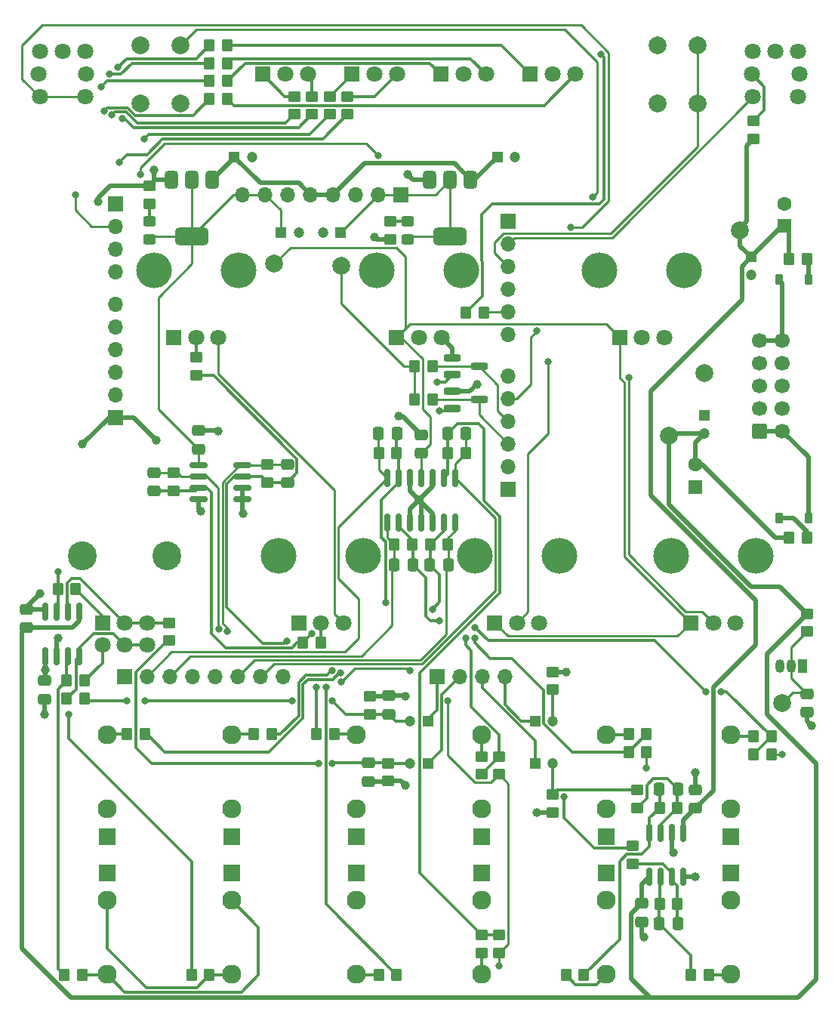
<source format=gbl>
G04 #@! TF.GenerationSoftware,KiCad,Pcbnew,8.0.5*
G04 #@! TF.CreationDate,2024-11-24T11:32:17+01:00*
G04 #@! TF.ProjectId,wolkje,776f6c6b-6a65-42e6-9b69-6361645f7063,rev?*
G04 #@! TF.SameCoordinates,Original*
G04 #@! TF.FileFunction,Copper,L2,Bot*
G04 #@! TF.FilePolarity,Positive*
%FSLAX46Y46*%
G04 Gerber Fmt 4.6, Leading zero omitted, Abs format (unit mm)*
G04 Created by KiCad (PCBNEW 8.0.5) date 2024-11-24 11:32:17*
%MOMM*%
%LPD*%
G01*
G04 APERTURE LIST*
G04 Aperture macros list*
%AMRoundRect*
0 Rectangle with rounded corners*
0 $1 Rounding radius*
0 $2 $3 $4 $5 $6 $7 $8 $9 X,Y pos of 4 corners*
0 Add a 4 corners polygon primitive as box body*
4,1,4,$2,$3,$4,$5,$6,$7,$8,$9,$2,$3,0*
0 Add four circle primitives for the rounded corners*
1,1,$1+$1,$2,$3*
1,1,$1+$1,$4,$5*
1,1,$1+$1,$6,$7*
1,1,$1+$1,$8,$9*
0 Add four rect primitives between the rounded corners*
20,1,$1+$1,$2,$3,$4,$5,0*
20,1,$1+$1,$4,$5,$6,$7,0*
20,1,$1+$1,$6,$7,$8,$9,0*
20,1,$1+$1,$8,$9,$2,$3,0*%
G04 Aperture macros list end*
G04 #@! TA.AperFunction,ComponentPad*
%ADD10O,4.000000X4.000000*%
G04 #@! TD*
G04 #@! TA.AperFunction,ComponentPad*
%ADD11R,1.800000X1.800000*%
G04 #@! TD*
G04 #@! TA.AperFunction,ComponentPad*
%ADD12C,1.800000*%
G04 #@! TD*
G04 #@! TA.AperFunction,ComponentPad*
%ADD13R,1.930000X1.830000*%
G04 #@! TD*
G04 #@! TA.AperFunction,ComponentPad*
%ADD14C,2.130000*%
G04 #@! TD*
G04 #@! TA.AperFunction,ComponentPad*
%ADD15C,2.000000*%
G04 #@! TD*
G04 #@! TA.AperFunction,ComponentPad*
%ADD16C,3.240000*%
G04 #@! TD*
G04 #@! TA.AperFunction,SMDPad,CuDef*
%ADD17RoundRect,0.250000X-0.350000X-0.450000X0.350000X-0.450000X0.350000X0.450000X-0.350000X0.450000X0*%
G04 #@! TD*
G04 #@! TA.AperFunction,SMDPad,CuDef*
%ADD18RoundRect,0.250000X0.350000X0.450000X-0.350000X0.450000X-0.350000X-0.450000X0.350000X-0.450000X0*%
G04 #@! TD*
G04 #@! TA.AperFunction,ComponentPad*
%ADD19R,1.200000X1.200000*%
G04 #@! TD*
G04 #@! TA.AperFunction,ComponentPad*
%ADD20C,1.200000*%
G04 #@! TD*
G04 #@! TA.AperFunction,SMDPad,CuDef*
%ADD21RoundRect,0.250000X0.475000X-0.337500X0.475000X0.337500X-0.475000X0.337500X-0.475000X-0.337500X0*%
G04 #@! TD*
G04 #@! TA.AperFunction,SMDPad,CuDef*
%ADD22RoundRect,0.250000X0.337500X0.475000X-0.337500X0.475000X-0.337500X-0.475000X0.337500X-0.475000X0*%
G04 #@! TD*
G04 #@! TA.AperFunction,SMDPad,CuDef*
%ADD23RoundRect,0.250000X0.450000X-0.350000X0.450000X0.350000X-0.450000X0.350000X-0.450000X-0.350000X0*%
G04 #@! TD*
G04 #@! TA.AperFunction,ComponentPad*
%ADD24R,1.050000X1.500000*%
G04 #@! TD*
G04 #@! TA.AperFunction,ComponentPad*
%ADD25O,1.050000X1.500000*%
G04 #@! TD*
G04 #@! TA.AperFunction,SMDPad,CuDef*
%ADD26RoundRect,0.250000X-0.475000X0.337500X-0.475000X-0.337500X0.475000X-0.337500X0.475000X0.337500X0*%
G04 #@! TD*
G04 #@! TA.AperFunction,SMDPad,CuDef*
%ADD27RoundRect,0.250000X-0.450000X0.350000X-0.450000X-0.350000X0.450000X-0.350000X0.450000X0.350000X0*%
G04 #@! TD*
G04 #@! TA.AperFunction,SMDPad,CuDef*
%ADD28RoundRect,0.150000X-0.150000X0.825000X-0.150000X-0.825000X0.150000X-0.825000X0.150000X0.825000X0*%
G04 #@! TD*
G04 #@! TA.AperFunction,SMDPad,CuDef*
%ADD29RoundRect,0.225000X0.225000X0.375000X-0.225000X0.375000X-0.225000X-0.375000X0.225000X-0.375000X0*%
G04 #@! TD*
G04 #@! TA.AperFunction,SMDPad,CuDef*
%ADD30RoundRect,0.375000X-0.375000X0.625000X-0.375000X-0.625000X0.375000X-0.625000X0.375000X0.625000X0*%
G04 #@! TD*
G04 #@! TA.AperFunction,SMDPad,CuDef*
%ADD31RoundRect,0.500000X-1.400000X0.500000X-1.400000X-0.500000X1.400000X-0.500000X1.400000X0.500000X0*%
G04 #@! TD*
G04 #@! TA.AperFunction,ComponentPad*
%ADD32R,1.700000X1.700000*%
G04 #@! TD*
G04 #@! TA.AperFunction,ComponentPad*
%ADD33O,1.700000X1.700000*%
G04 #@! TD*
G04 #@! TA.AperFunction,ComponentPad*
%ADD34RoundRect,0.250000X-0.600000X-0.600000X0.600000X-0.600000X0.600000X0.600000X-0.600000X0.600000X0*%
G04 #@! TD*
G04 #@! TA.AperFunction,ComponentPad*
%ADD35C,1.700000*%
G04 #@! TD*
G04 #@! TA.AperFunction,SMDPad,CuDef*
%ADD36RoundRect,0.250000X-0.337500X-0.475000X0.337500X-0.475000X0.337500X0.475000X-0.337500X0.475000X0*%
G04 #@! TD*
G04 #@! TA.AperFunction,ComponentPad*
%ADD37R,1.600000X1.600000*%
G04 #@! TD*
G04 #@! TA.AperFunction,ComponentPad*
%ADD38C,1.600000*%
G04 #@! TD*
G04 #@! TA.AperFunction,SMDPad,CuDef*
%ADD39RoundRect,0.150000X0.825000X0.150000X-0.825000X0.150000X-0.825000X-0.150000X0.825000X-0.150000X0*%
G04 #@! TD*
G04 #@! TA.AperFunction,SMDPad,CuDef*
%ADD40RoundRect,0.250000X-0.450000X0.325000X-0.450000X-0.325000X0.450000X-0.325000X0.450000X0.325000X0*%
G04 #@! TD*
G04 #@! TA.AperFunction,SMDPad,CuDef*
%ADD41RoundRect,0.200000X-0.750000X-0.200000X0.750000X-0.200000X0.750000X0.200000X-0.750000X0.200000X0*%
G04 #@! TD*
G04 #@! TA.AperFunction,SMDPad,CuDef*
%ADD42RoundRect,0.150000X0.150000X-0.825000X0.150000X0.825000X-0.150000X0.825000X-0.150000X-0.825000X0*%
G04 #@! TD*
G04 #@! TA.AperFunction,ViaPad*
%ADD43C,1.000000*%
G04 #@! TD*
G04 #@! TA.AperFunction,ViaPad*
%ADD44C,0.800000*%
G04 #@! TD*
G04 #@! TA.AperFunction,Conductor*
%ADD45C,0.500000*%
G04 #@! TD*
G04 #@! TA.AperFunction,Conductor*
%ADD46C,0.300000*%
G04 #@! TD*
G04 #@! TA.AperFunction,Conductor*
%ADD47C,0.250000*%
G04 #@! TD*
G04 APERTURE END LIST*
D10*
X90250000Y-78000000D03*
X99750000Y-78000000D03*
D11*
X92500000Y-85500000D03*
D12*
X95000000Y-85500000D03*
X97500000Y-85500000D03*
D13*
X74000000Y-145520000D03*
D14*
X74000000Y-156920000D03*
X74000000Y-148620000D03*
D10*
X101250000Y-110000000D03*
X110750000Y-110000000D03*
D11*
X103500000Y-117500000D03*
D12*
X106000000Y-117500000D03*
X108500000Y-117500000D03*
D13*
X60000000Y-141480000D03*
D14*
X60000000Y-130080000D03*
X60000000Y-138380000D03*
D10*
X115250000Y-78000000D03*
X124750000Y-78000000D03*
D11*
X117500000Y-85500000D03*
D12*
X120000000Y-85500000D03*
X122500000Y-85500000D03*
D10*
X123250000Y-110000000D03*
X132750000Y-110000000D03*
D11*
X125500000Y-117500000D03*
D12*
X128000000Y-117500000D03*
X130500000Y-117500000D03*
D11*
X77460000Y-56000000D03*
D12*
X82540000Y-56000000D03*
X80000000Y-56000000D03*
D13*
X130000000Y-145520000D03*
D14*
X130000000Y-156920000D03*
X130000000Y-148620000D03*
D13*
X116000000Y-145520000D03*
D14*
X116000000Y-156920000D03*
X116000000Y-148620000D03*
D13*
X130000000Y-141480000D03*
D14*
X130000000Y-130080000D03*
X130000000Y-138380000D03*
D11*
X97460000Y-56000000D03*
D12*
X102540000Y-56000000D03*
X100000000Y-56000000D03*
X132460000Y-58540000D03*
X137540000Y-58540000D03*
X132460000Y-53460000D03*
X137540000Y-53460000D03*
X135000000Y-53460000D03*
X132300000Y-56000000D03*
X137700000Y-56000000D03*
D15*
X63750000Y-59250000D03*
X63750000Y-52750000D03*
X68250000Y-59250000D03*
X68250000Y-52750000D03*
D10*
X79250000Y-110000000D03*
X88750000Y-110000000D03*
D11*
X81500000Y-117500000D03*
D12*
X84000000Y-117500000D03*
X86500000Y-117500000D03*
D15*
X121750000Y-59250000D03*
X121750000Y-52750000D03*
X126250000Y-59250000D03*
X126250000Y-52750000D03*
D16*
X57250000Y-110000000D03*
X66750000Y-110000000D03*
D11*
X59500000Y-117500000D03*
D12*
X62000000Y-117500000D03*
X64500000Y-117500000D03*
X59500000Y-120000000D03*
X62000000Y-120000000D03*
X64500000Y-120000000D03*
D13*
X88000000Y-141480000D03*
D14*
X88000000Y-130080000D03*
X88000000Y-138380000D03*
D13*
X102000000Y-141480000D03*
D14*
X102000000Y-130080000D03*
X102000000Y-138380000D03*
D13*
X88000000Y-145520000D03*
D14*
X88000000Y-156920000D03*
X88000000Y-148620000D03*
D11*
X107460000Y-56000000D03*
D12*
X112540000Y-56000000D03*
X110000000Y-56000000D03*
D10*
X65250000Y-78000000D03*
X74750000Y-78000000D03*
D11*
X67500000Y-85500000D03*
D12*
X70000000Y-85500000D03*
X72500000Y-85500000D03*
D13*
X60000000Y-145520000D03*
D14*
X60000000Y-156920000D03*
X60000000Y-148620000D03*
D13*
X116000000Y-141480000D03*
D14*
X116000000Y-130080000D03*
X116000000Y-138380000D03*
D12*
X52460000Y-58540000D03*
X57540000Y-58540000D03*
X52460000Y-53460000D03*
X57540000Y-53460000D03*
X55000000Y-53460000D03*
X52300000Y-56000000D03*
X57700000Y-56000000D03*
D13*
X102000000Y-145520000D03*
D14*
X102000000Y-156920000D03*
X102000000Y-148620000D03*
D13*
X74000000Y-141480000D03*
D14*
X74000000Y-130080000D03*
X74000000Y-138380000D03*
D11*
X87460000Y-56000000D03*
D12*
X92540000Y-56000000D03*
X90000000Y-56000000D03*
D17*
X71500000Y-52750000D03*
X73500000Y-52750000D03*
D18*
X124000000Y-138250000D03*
X122000000Y-138250000D03*
D19*
X132250000Y-76500000D03*
D20*
X132250000Y-78500000D03*
D17*
X100250000Y-82750000D03*
X102250000Y-82750000D03*
D18*
X124000000Y-149000000D03*
X122000000Y-149000000D03*
D21*
X126000000Y-138287500D03*
X126000000Y-136212500D03*
D18*
X71500000Y-157000000D03*
X69500000Y-157000000D03*
D21*
X95250000Y-98500000D03*
X95250000Y-96425000D03*
D22*
X98287500Y-111000000D03*
X96212500Y-111000000D03*
D23*
X87000000Y-60500000D03*
X87000000Y-58500000D03*
D24*
X138020000Y-122360000D03*
D25*
X136750000Y-122360000D03*
X135480000Y-122360000D03*
D26*
X51000000Y-115962500D03*
X51000000Y-118037500D03*
D27*
X110000000Y-136750000D03*
X110000000Y-138750000D03*
D28*
X120845000Y-141025000D03*
X122115000Y-141025000D03*
X123385000Y-141025000D03*
X124655000Y-141025000D03*
X124655000Y-145975000D03*
X123385000Y-145975000D03*
X122115000Y-145975000D03*
X120845000Y-145975000D03*
D18*
X94250000Y-108750000D03*
X92250000Y-108750000D03*
D29*
X138650000Y-79000000D03*
X135350000Y-79000000D03*
D21*
X120000000Y-151037500D03*
X120000000Y-148962500D03*
D18*
X85500000Y-130000000D03*
X83500000Y-130000000D03*
D21*
X89340000Y-135307500D03*
X89340000Y-133232500D03*
D30*
X67200000Y-67850000D03*
X69500000Y-67850000D03*
D31*
X69500000Y-74150000D03*
D30*
X71800000Y-67850000D03*
D17*
X55500000Y-124000000D03*
X57500000Y-124000000D03*
D32*
X105000000Y-72500000D03*
D33*
X105000000Y-75040000D03*
X105000000Y-77580000D03*
X105000000Y-80120000D03*
X105000000Y-82660000D03*
X105000000Y-85200000D03*
X105000000Y-89800000D03*
X105000000Y-92340000D03*
X105000000Y-94880000D03*
X105000000Y-97420000D03*
X105000000Y-99960000D03*
D32*
X105000000Y-102500000D03*
D33*
X104620000Y-123500000D03*
X102080000Y-123500000D03*
X99540000Y-123500000D03*
D32*
X97000000Y-123500000D03*
D33*
X79780000Y-123500000D03*
X77240000Y-123500000D03*
X74700000Y-123500000D03*
X72160000Y-123500000D03*
X69620000Y-123500000D03*
X67080000Y-123500000D03*
X64540000Y-123500000D03*
D32*
X62000000Y-123500000D03*
X61000000Y-94500000D03*
D33*
X61000000Y-91960000D03*
X61000000Y-89420000D03*
X61000000Y-86880000D03*
X61000000Y-84340000D03*
X61000000Y-81800000D03*
X61000000Y-78120000D03*
X61000000Y-75580000D03*
X61000000Y-73040000D03*
D32*
X61000000Y-70500000D03*
D33*
X75220000Y-69500000D03*
X77760000Y-69500000D03*
X80300000Y-69500000D03*
X82840000Y-69500000D03*
X85380000Y-69500000D03*
X87920000Y-69500000D03*
X90460000Y-69500000D03*
D32*
X93000000Y-69500000D03*
D22*
X100287500Y-96250000D03*
X98212500Y-96250000D03*
D23*
X83000000Y-60500000D03*
X83000000Y-58500000D03*
D15*
X135750000Y-126500000D03*
D34*
X133210000Y-96000000D03*
D35*
X135750000Y-96000000D03*
X133210000Y-93460000D03*
X135750000Y-93460000D03*
X133210000Y-90920000D03*
X135750000Y-90920000D03*
X133210000Y-88380000D03*
X135750000Y-88380000D03*
X133210000Y-85840000D03*
X135750000Y-85840000D03*
D18*
X84000000Y-119750000D03*
X82000000Y-119750000D03*
D19*
X103777401Y-65250000D03*
D20*
X105777401Y-65250000D03*
D23*
X78000000Y-101750000D03*
X78000000Y-99750000D03*
D36*
X90462500Y-96250000D03*
X92537500Y-96250000D03*
D21*
X70250000Y-98037500D03*
X70250000Y-95962500D03*
D27*
X64750000Y-68500000D03*
X64750000Y-70500000D03*
D36*
X121962500Y-136140000D03*
X124037500Y-136140000D03*
D37*
X136000000Y-73000000D03*
D38*
X136000000Y-70500000D03*
D36*
X92212500Y-111000000D03*
X94287500Y-111000000D03*
X121962500Y-151250000D03*
X124037500Y-151250000D03*
D23*
X104000000Y-154500000D03*
X104000000Y-152500000D03*
D26*
X65285000Y-100675000D03*
X65285000Y-102750000D03*
D17*
X132500000Y-130250000D03*
X134500000Y-130250000D03*
D18*
X64250000Y-130000000D03*
X62250000Y-130000000D03*
X138500000Y-76750000D03*
X136500000Y-76750000D03*
X57250000Y-157000000D03*
X55250000Y-157000000D03*
D17*
X54500000Y-113750000D03*
X56500000Y-113750000D03*
X55500000Y-126000000D03*
X57500000Y-126000000D03*
D26*
X91640000Y-125692500D03*
X91640000Y-127767500D03*
D39*
X75225000Y-99845000D03*
X75225000Y-101115000D03*
X75225000Y-102385000D03*
X75225000Y-103655000D03*
X70275000Y-103655000D03*
X70275000Y-102385000D03*
X70275000Y-101115000D03*
X70275000Y-99845000D03*
D18*
X78500000Y-130000000D03*
X76500000Y-130000000D03*
X92500000Y-98500000D03*
X90500000Y-98500000D03*
D30*
X96200000Y-67850000D03*
X98500000Y-67850000D03*
D31*
X98500000Y-74150000D03*
D30*
X100800000Y-67850000D03*
D37*
X126000000Y-102250000D03*
D38*
X126000000Y-99750000D03*
D19*
X96000000Y-133250000D03*
D20*
X94000000Y-133250000D03*
D40*
X64750000Y-72475000D03*
X64750000Y-74525000D03*
D18*
X138500000Y-108000000D03*
X136500000Y-108000000D03*
D41*
X98750000Y-93450000D03*
X98750000Y-91550000D03*
X101750000Y-92500000D03*
D15*
X131000000Y-73500000D03*
D27*
X67000000Y-117500000D03*
X67000000Y-119500000D03*
D23*
X102000000Y-154500000D03*
X102000000Y-152500000D03*
D29*
X138650000Y-105750000D03*
X135350000Y-105750000D03*
D27*
X89500000Y-125750000D03*
X89500000Y-127750000D03*
D17*
X98250000Y-98500000D03*
X100250000Y-98500000D03*
D23*
X91500000Y-135250000D03*
X91500000Y-133250000D03*
D19*
X127000000Y-94277401D03*
D20*
X127000000Y-96277401D03*
D18*
X120500000Y-132000000D03*
X118500000Y-132000000D03*
X96500000Y-92500000D03*
X94500000Y-92500000D03*
D42*
X56905000Y-121225000D03*
X55635000Y-121225000D03*
X54365000Y-121225000D03*
X53095000Y-121225000D03*
X53095000Y-116275000D03*
X54365000Y-116275000D03*
X55635000Y-116275000D03*
X56905000Y-116275000D03*
D15*
X86250000Y-77500000D03*
D17*
X90500000Y-157000000D03*
X92500000Y-157000000D03*
D23*
X119500000Y-138250000D03*
X119500000Y-136250000D03*
D40*
X93750000Y-72475000D03*
X93750000Y-74525000D03*
D18*
X113500000Y-157000000D03*
X111500000Y-157000000D03*
D17*
X71500000Y-58750000D03*
X73500000Y-58750000D03*
D15*
X123000000Y-96500000D03*
D23*
X81000000Y-60500000D03*
X81000000Y-58500000D03*
D17*
X118500000Y-130000000D03*
X120500000Y-130000000D03*
D19*
X74250000Y-65250000D03*
D20*
X76250000Y-65250000D03*
D15*
X127000000Y-89500000D03*
D18*
X134500000Y-132250000D03*
X132500000Y-132250000D03*
X96500000Y-88750000D03*
X94500000Y-88750000D03*
D27*
X102000000Y-132500000D03*
X102000000Y-134500000D03*
D17*
X96250000Y-108750000D03*
X98250000Y-108750000D03*
D23*
X119000000Y-144500000D03*
X119000000Y-142500000D03*
X85000000Y-60500000D03*
X85000000Y-58500000D03*
D27*
X138500000Y-116500000D03*
X138500000Y-118500000D03*
D19*
X79500000Y-73750000D03*
D20*
X81500000Y-73750000D03*
D26*
X53000000Y-123962500D03*
X53000000Y-126037500D03*
X80250000Y-99712500D03*
X80250000Y-101787500D03*
D23*
X67500000Y-102687500D03*
X67500000Y-100687500D03*
D17*
X71500000Y-54750000D03*
X73500000Y-54750000D03*
X125500000Y-157000000D03*
X127500000Y-157000000D03*
D41*
X98750000Y-89700000D03*
X98750000Y-87800000D03*
X101750000Y-88750000D03*
D27*
X70000000Y-87750000D03*
X70000000Y-89750000D03*
D19*
X96000000Y-128500000D03*
D20*
X94000000Y-128500000D03*
D15*
X78750000Y-77250000D03*
D23*
X91750000Y-74500000D03*
X91750000Y-72500000D03*
D17*
X71500000Y-56750000D03*
X73500000Y-56750000D03*
D19*
X108000000Y-128500000D03*
D20*
X110000000Y-128500000D03*
D23*
X110000000Y-125000000D03*
X110000000Y-123000000D03*
X104000000Y-134500000D03*
X104000000Y-132500000D03*
D19*
X108000000Y-133250000D03*
D20*
X110000000Y-133250000D03*
D19*
X86222600Y-73750000D03*
D20*
X84222600Y-73750000D03*
D27*
X132500000Y-61250000D03*
X132500000Y-63250000D03*
D21*
X138500000Y-127537500D03*
X138500000Y-125462500D03*
D28*
X91440000Y-101275000D03*
X92710000Y-101275000D03*
X93980000Y-101275000D03*
X95250000Y-101275000D03*
X96520000Y-101275000D03*
X97790000Y-101275000D03*
X99060000Y-101275000D03*
X99060000Y-106225000D03*
X97790000Y-106225000D03*
X96520000Y-106225000D03*
X95250000Y-106225000D03*
X93980000Y-106225000D03*
X92710000Y-106225000D03*
X91440000Y-106225000D03*
D43*
X53095000Y-122750000D03*
X126000000Y-146000000D03*
X111500000Y-123000000D03*
X93500000Y-125750000D03*
X75250000Y-105250000D03*
X92750000Y-94350000D03*
X120250000Y-152750000D03*
X57250000Y-97500000D03*
X59000000Y-70250000D03*
X54500000Y-119250000D03*
X70500000Y-105000000D03*
X53000000Y-127750000D03*
X123500000Y-143250000D03*
X65500000Y-97000000D03*
X93750000Y-67250000D03*
X95000000Y-103750000D03*
X108250000Y-138750000D03*
X52500000Y-114250000D03*
X126000000Y-134250000D03*
X90000000Y-74250000D03*
X139000000Y-129000000D03*
X65250000Y-66750000D03*
X93500000Y-135750000D03*
X101500000Y-90750000D03*
X72500000Y-96000000D03*
D44*
X135750000Y-132250000D03*
X104000000Y-156000000D03*
X86254800Y-124116457D03*
X94000000Y-122850000D03*
X98250000Y-126250000D03*
X120500000Y-133750000D03*
X90460000Y-65150000D03*
X63750000Y-67250000D03*
X73500000Y-118500000D03*
X72554498Y-118174375D03*
X80189338Y-119550000D03*
X83500000Y-124750000D03*
X84550000Y-124750000D03*
X82998292Y-118748655D03*
X109500000Y-88225000D03*
X86213615Y-123117303D03*
X97250000Y-93750000D03*
X85250000Y-122850000D03*
X97000000Y-90500000D03*
X118500000Y-90000000D03*
X56500000Y-69500000D03*
X112000000Y-73140000D03*
X114500000Y-69750000D03*
X108250000Y-84750000D03*
X80750000Y-126250000D03*
X64250000Y-126250000D03*
X62250000Y-126250000D03*
X85300000Y-126250000D03*
X54500000Y-111750000D03*
X55750000Y-127750000D03*
X111300000Y-137000000D03*
X85300000Y-133250000D03*
X83750000Y-133250000D03*
X101250000Y-119250000D03*
X97312500Y-117250000D03*
X100250000Y-119250000D03*
X96500000Y-116000000D03*
X128850000Y-125250000D03*
X91237500Y-115250000D03*
X127150000Y-125250000D03*
X101250000Y-118000000D03*
X115400000Y-53750000D03*
X61375000Y-65875000D03*
X64219669Y-63219669D03*
X61750000Y-61000000D03*
X60581217Y-60533141D03*
X59655331Y-60155331D03*
X61250000Y-55250000D03*
X60250000Y-56000000D03*
X59375000Y-57375000D03*
D45*
X136500000Y-73500000D02*
X136000000Y-73000000D01*
X131200000Y-77550000D02*
X132250000Y-76500000D01*
X131000000Y-75250000D02*
X132250000Y-76500000D01*
X74250000Y-65400000D02*
X71800000Y-67850000D01*
X82840000Y-69500000D02*
X81540000Y-68200000D01*
X121000000Y-103239950D02*
X121000000Y-91500000D01*
X136500000Y-76750000D02*
X136500000Y-73500000D01*
X131200000Y-81300000D02*
X131200000Y-77550000D01*
X128000000Y-124750000D02*
X132750000Y-120000000D01*
X131000000Y-73500000D02*
X131000000Y-75250000D01*
X53095000Y-121225000D02*
X53095000Y-122750000D01*
X132750000Y-120000000D02*
X132750000Y-114989950D01*
X126000000Y-138287500D02*
X128000000Y-136287500D01*
X88880000Y-66000000D02*
X98950000Y-66000000D01*
X131000000Y-73250000D02*
X131750000Y-72500000D01*
X131750000Y-72500000D02*
X131750000Y-64000000D01*
X121000000Y-91500000D02*
X131200000Y-81300000D01*
X98950000Y-66000000D02*
X100800000Y-67850000D01*
X131750000Y-64000000D02*
X132500000Y-63250000D01*
X132750000Y-114989950D02*
X121000000Y-103239950D01*
X82840000Y-69500000D02*
X85380000Y-69500000D01*
X100800000Y-67850000D02*
X101177401Y-67850000D01*
X77200000Y-68200000D02*
X74250000Y-65250000D01*
X126000000Y-138287500D02*
X124655000Y-139632500D01*
X101177401Y-67850000D02*
X103777401Y-65250000D01*
X81540000Y-68200000D02*
X77200000Y-68200000D01*
X136000000Y-73000000D02*
X135750000Y-73000000D01*
X131000000Y-73500000D02*
X131000000Y-73250000D01*
X53095000Y-122750000D02*
X53095000Y-123867500D01*
X128000000Y-136287500D02*
X128000000Y-124750000D01*
X85380000Y-69500000D02*
X88880000Y-66000000D01*
X124655000Y-139632500D02*
X124655000Y-141025000D01*
X74250000Y-65250000D02*
X74250000Y-65400000D01*
X53095000Y-123867500D02*
X53000000Y-123962500D01*
X135750000Y-73000000D02*
X132250000Y-76500000D01*
X94350000Y-67850000D02*
X93750000Y-67250000D01*
X95250000Y-106225000D02*
X95250000Y-104000000D01*
X93980000Y-104770000D02*
X95000000Y-103750000D01*
X120000000Y-152500000D02*
X120250000Y-152750000D01*
X65250000Y-66750000D02*
X65250000Y-68000000D01*
X95250000Y-104000000D02*
X95000000Y-103750000D01*
X51000000Y-115962500D02*
X52782500Y-115962500D01*
X110000000Y-123000000D02*
X111500000Y-123000000D01*
X90250000Y-74500000D02*
X90000000Y-74250000D01*
X59000000Y-70250000D02*
X59000000Y-69900000D01*
X93000000Y-135250000D02*
X93500000Y-135750000D01*
X96520000Y-106225000D02*
X96520000Y-105270000D01*
X67200000Y-67850000D02*
X65400000Y-67850000D01*
X53000000Y-126037500D02*
X53000000Y-127750000D01*
X125975000Y-145975000D02*
X126000000Y-146000000D01*
X92750000Y-94350000D02*
X93175000Y-94350000D01*
X91442500Y-135307500D02*
X91500000Y-135250000D01*
X93175000Y-94350000D02*
X95250000Y-96425000D01*
X98750000Y-86750000D02*
X97500000Y-85500000D01*
X59000000Y-69900000D02*
X60400000Y-68500000D01*
X63000000Y-94500000D02*
X65500000Y-97000000D01*
X70250000Y-95962500D02*
X72462500Y-95962500D01*
X70275000Y-103655000D02*
X70275000Y-104775000D01*
X123385000Y-143135000D02*
X123500000Y-143250000D01*
X70275000Y-104775000D02*
X70500000Y-105000000D01*
X51000000Y-115962500D02*
X51000000Y-115750000D01*
X100700000Y-91550000D02*
X101500000Y-90750000D01*
X72462500Y-95962500D02*
X72500000Y-96000000D01*
X96520000Y-101275000D02*
X96520000Y-102230000D01*
X96520000Y-105270000D02*
X95000000Y-103750000D01*
X93980000Y-101275000D02*
X93980000Y-102730000D01*
X60400000Y-68500000D02*
X64750000Y-68500000D01*
X110000000Y-138750000D02*
X108250000Y-138750000D01*
X91640000Y-125692500D02*
X93442500Y-125692500D01*
X54365000Y-119385000D02*
X54500000Y-119250000D01*
X61000000Y-94500000D02*
X60250000Y-94500000D01*
X65400000Y-67850000D02*
X64750000Y-68500000D01*
X126000000Y-136212500D02*
X126000000Y-134250000D01*
X89340000Y-135307500D02*
X91442500Y-135307500D01*
X139000000Y-129000000D02*
X138500000Y-128500000D01*
X75225000Y-102385000D02*
X75225000Y-103655000D01*
X75225000Y-105225000D02*
X75250000Y-105250000D01*
X123385000Y-141025000D02*
X123385000Y-143135000D01*
X60250000Y-94500000D02*
X57250000Y-97500000D01*
X93980000Y-106225000D02*
X93980000Y-104770000D01*
X61000000Y-94500000D02*
X63000000Y-94500000D01*
X52782500Y-115962500D02*
X53095000Y-116275000D01*
X96520000Y-102230000D02*
X95000000Y-103750000D01*
X51000000Y-115750000D02*
X52500000Y-114250000D01*
X98750000Y-91550000D02*
X100700000Y-91550000D01*
X65250000Y-68000000D02*
X64750000Y-68500000D01*
X124655000Y-145975000D02*
X125975000Y-145975000D01*
X93980000Y-102730000D02*
X95000000Y-103750000D01*
X93442500Y-125692500D02*
X93500000Y-125750000D01*
X91750000Y-74500000D02*
X90250000Y-74500000D01*
X89500000Y-125750000D02*
X91582500Y-125750000D01*
X91582500Y-125750000D02*
X91640000Y-125692500D01*
X96200000Y-67850000D02*
X94350000Y-67850000D01*
X120000000Y-151037500D02*
X120000000Y-152500000D01*
X75225000Y-103655000D02*
X75225000Y-105225000D01*
X138500000Y-128500000D02*
X138500000Y-127537500D01*
X91500000Y-135250000D02*
X93000000Y-135250000D01*
X54365000Y-121225000D02*
X54365000Y-119385000D01*
X98750000Y-87800000D02*
X98750000Y-86750000D01*
X135500000Y-113500000D02*
X138500000Y-116500000D01*
X51000000Y-118037500D02*
X56117499Y-118037500D01*
X50500000Y-118537500D02*
X51000000Y-118037500D01*
X120950000Y-159500000D02*
X118825000Y-157375000D01*
X139500000Y-133250000D02*
X139500000Y-157500000D01*
X120000000Y-146820000D02*
X120845000Y-145975000D01*
X137500000Y-159500000D02*
X120950000Y-159500000D01*
X123000000Y-96500000D02*
X123000000Y-104250000D01*
X134000000Y-127750000D02*
X139500000Y-133250000D01*
X56117499Y-118037500D02*
X56905000Y-117249999D01*
X134000000Y-121000000D02*
X134000000Y-127750000D01*
X126000000Y-97277401D02*
X127000000Y-96277401D01*
X123222599Y-96277401D02*
X123000000Y-96500000D01*
X123000000Y-104250000D02*
X132250000Y-113500000D01*
X135000000Y-108000000D02*
X126750000Y-99750000D01*
X139500000Y-157500000D02*
X137500000Y-159500000D01*
X118825000Y-157375000D02*
X118825000Y-150137500D01*
X138500000Y-116500000D02*
X134000000Y-121000000D01*
X56905000Y-117249999D02*
X56905000Y-116275000D01*
X127000000Y-96277401D02*
X123222599Y-96277401D01*
X136500000Y-108000000D02*
X135000000Y-108000000D01*
X50500000Y-154046878D02*
X50500000Y-118537500D01*
X55953122Y-159500000D02*
X50500000Y-154046878D01*
X132250000Y-113500000D02*
X135500000Y-113500000D01*
X126750000Y-99750000D02*
X126000000Y-99750000D01*
X120000000Y-148962500D02*
X120000000Y-146820000D01*
X118825000Y-150137500D02*
X120000000Y-148962500D01*
X126000000Y-99750000D02*
X126000000Y-97277401D01*
X120950000Y-159500000D02*
X55953122Y-159500000D01*
X138650000Y-76900000D02*
X138500000Y-76750000D01*
X138650000Y-79000000D02*
X138650000Y-76900000D01*
D46*
X91750000Y-72500000D02*
X93725000Y-72500000D01*
X93725000Y-72500000D02*
X93750000Y-72475000D01*
D47*
X138393750Y-125356250D02*
X136893750Y-125356250D01*
X136893750Y-125356250D02*
X135750000Y-126500000D01*
X138500000Y-118500000D02*
X136750000Y-120250000D01*
X98250000Y-132370100D02*
X101304900Y-135425000D01*
X72500000Y-89622792D02*
X72500000Y-85500000D01*
X85500000Y-116500000D02*
X85500000Y-102622792D01*
X120500000Y-133750000D02*
X120500000Y-132000000D01*
X136750000Y-123712500D02*
X138500000Y-125462500D01*
X135750000Y-132250000D02*
X134500000Y-132250000D01*
X136750000Y-122360000D02*
X136750000Y-123712500D01*
X101304900Y-135425000D02*
X103075000Y-135425000D01*
X105025000Y-153475000D02*
X105025000Y-135525000D01*
X98250000Y-126250000D02*
X98250000Y-132370100D01*
X138500000Y-125462500D02*
X138393750Y-125356250D01*
X93725000Y-122575000D02*
X87796257Y-122575000D01*
X105025000Y-135525000D02*
X104000000Y-134500000D01*
X94000000Y-122850000D02*
X93725000Y-122575000D01*
X104000000Y-156000000D02*
X104000000Y-154500000D01*
X104000000Y-154500000D02*
X105025000Y-153475000D01*
X86500000Y-117500000D02*
X85500000Y-116500000D01*
X87796257Y-122575000D02*
X86254800Y-124116457D01*
X85500000Y-102622792D02*
X72500000Y-89622792D01*
X103075000Y-135425000D02*
X104000000Y-134500000D01*
X136750000Y-120250000D02*
X136750000Y-122360000D01*
D45*
X135750000Y-85840000D02*
X135750000Y-79400000D01*
X133210000Y-85840000D02*
X135750000Y-85840000D01*
X135750000Y-79400000D02*
X135350000Y-79000000D01*
D47*
X86222600Y-73737400D02*
X90460000Y-69500000D01*
X94500000Y-88750000D02*
X94500000Y-92500000D01*
X98500000Y-67850000D02*
X98500000Y-74150000D01*
X93000000Y-69500000D02*
X96850000Y-69500000D01*
X63750000Y-67250000D02*
X63750000Y-66500000D01*
X98500000Y-74150000D02*
X94125000Y-74150000D01*
X86250000Y-81700000D02*
X93300000Y-88750000D01*
X96850000Y-69500000D02*
X98500000Y-67850000D01*
X90460000Y-69500000D02*
X93000000Y-69500000D01*
X94125000Y-74150000D02*
X93750000Y-74525000D01*
X86250000Y-77500000D02*
X86250000Y-81700000D01*
X89060000Y-63750000D02*
X90460000Y-65150000D01*
X86222600Y-73750000D02*
X86222600Y-73737400D01*
X93300000Y-88750000D02*
X94500000Y-88750000D01*
X63750000Y-66500000D02*
X66500000Y-63750000D01*
X66500000Y-63750000D02*
X89060000Y-63750000D01*
X70250000Y-98037500D02*
X70250000Y-99820000D01*
X116025000Y-84025000D02*
X117500000Y-85500000D01*
X93000000Y-85500000D02*
X92500000Y-85500000D01*
X95425000Y-93575000D02*
X95425000Y-87925000D01*
X93500000Y-84500000D02*
X92500000Y-85500000D01*
X69500000Y-74150000D02*
X65125000Y-74150000D01*
X70250000Y-99820000D02*
X70275000Y-99845000D01*
X69500000Y-74150000D02*
X69500000Y-77250000D01*
X69500000Y-77250000D02*
X65750000Y-81000000D01*
X117500000Y-90025305D02*
X117500000Y-85500000D01*
X65750000Y-93537500D02*
X70250000Y-98037500D01*
X80575000Y-75425000D02*
X92425000Y-75425000D01*
X79500000Y-71240000D02*
X79500000Y-73750000D01*
X93500000Y-76500000D02*
X93500000Y-84500000D01*
X77760000Y-69500000D02*
X79500000Y-71240000D01*
X125500000Y-117500000D02*
X118050000Y-110050000D01*
X69500000Y-74150000D02*
X74150000Y-69500000D01*
X93975000Y-84025000D02*
X116025000Y-84025000D01*
X93500000Y-84500000D02*
X93975000Y-84025000D01*
X118050000Y-110050000D02*
X118050000Y-90575305D01*
X78750000Y-77250000D02*
X80575000Y-75425000D01*
X92425000Y-75425000D02*
X93500000Y-76500000D01*
X96300000Y-94450000D02*
X95425000Y-93575000D01*
X125500000Y-117500000D02*
X124000000Y-119000000D01*
X95425000Y-87925000D02*
X93000000Y-85500000D01*
X105000000Y-119000000D02*
X103500000Y-117500000D01*
X96300000Y-97450000D02*
X96300000Y-94450000D01*
X95250000Y-98500000D02*
X96300000Y-97450000D01*
X124000000Y-119000000D02*
X105000000Y-119000000D01*
X95250000Y-98500000D02*
X95250000Y-101275000D01*
X69500000Y-67850000D02*
X69500000Y-74150000D01*
X74150000Y-69500000D02*
X75220000Y-69500000D01*
X65125000Y-74150000D02*
X64750000Y-74525000D01*
X75220000Y-69500000D02*
X77760000Y-69500000D01*
X118050000Y-90575305D02*
X117500000Y-90025305D01*
X65750000Y-81000000D02*
X65750000Y-93537500D01*
X88525000Y-121225000D02*
X69355000Y-121225000D01*
X91440000Y-107940000D02*
X92250000Y-108750000D01*
X91962500Y-117787500D02*
X88525000Y-121225000D01*
X91962500Y-111250000D02*
X91962500Y-117787500D01*
X92250000Y-110962500D02*
X92212500Y-111000000D01*
X91440000Y-106225000D02*
X91440000Y-107940000D01*
X92212500Y-111000000D02*
X91962500Y-111250000D01*
X69355000Y-121225000D02*
X67080000Y-123500000D01*
X92250000Y-108750000D02*
X92250000Y-110962500D01*
X74844092Y-99845000D02*
X75225000Y-99845000D01*
X73500000Y-118500000D02*
X73500000Y-118094572D01*
X80212500Y-99750000D02*
X80250000Y-99712500D01*
X77905000Y-99845000D02*
X78000000Y-99750000D01*
X72950000Y-117544572D02*
X72950000Y-101739092D01*
X72950000Y-101739092D02*
X74844092Y-99845000D01*
X75225000Y-99845000D02*
X77905000Y-99845000D01*
X78000000Y-99750000D02*
X80212500Y-99750000D01*
X73500000Y-118094572D02*
X72950000Y-117544572D01*
X67937500Y-100687500D02*
X68365000Y-101115000D01*
X72554498Y-118174375D02*
X72500000Y-118119877D01*
X67500000Y-100687500D02*
X67937500Y-100687500D01*
X68365000Y-101115000D02*
X70275000Y-101115000D01*
X72500000Y-118119877D02*
X72500000Y-102365001D01*
X72500000Y-102365001D02*
X71249999Y-101115000D01*
X71249999Y-101115000D02*
X70275000Y-101115000D01*
X67487500Y-100675000D02*
X67500000Y-100687500D01*
X65285000Y-100675000D02*
X67487500Y-100675000D01*
D46*
X78037500Y-101787500D02*
X78000000Y-101750000D01*
X78000000Y-101750000D02*
X77365000Y-101115000D01*
X83500000Y-124750000D02*
X83500000Y-130000000D01*
X81325000Y-99119544D02*
X71955456Y-89750000D01*
X73425000Y-101940001D02*
X74250001Y-101115000D01*
X79939338Y-119800000D02*
X77475000Y-119800000D01*
X80250000Y-101787500D02*
X78037500Y-101787500D01*
X73425000Y-115750000D02*
X73425000Y-101940001D01*
X71955456Y-89750000D02*
X70000000Y-89750000D01*
X74250001Y-101115000D02*
X75225000Y-101115000D01*
X80250000Y-101787500D02*
X81325000Y-100712500D01*
X77365000Y-101115000D02*
X75225000Y-101115000D01*
X77475000Y-119800000D02*
X73425000Y-115750000D01*
X81325000Y-100712500D02*
X81325000Y-99119544D01*
X80189338Y-119550000D02*
X79939338Y-119800000D01*
X84550000Y-124750000D02*
X84550000Y-149050000D01*
X82000000Y-119750000D02*
X81300000Y-119750000D01*
X82998292Y-118748655D02*
X82998292Y-118751708D01*
X80750000Y-120300000D02*
X73300000Y-120300000D01*
X71750000Y-118750000D02*
X71750000Y-102885001D01*
X71750000Y-102885001D02*
X71249999Y-102385000D01*
X65285000Y-102750000D02*
X67437500Y-102750000D01*
X82998292Y-118751708D02*
X82000000Y-119750000D01*
X81300000Y-119750000D02*
X80750000Y-120300000D01*
X67500000Y-102687500D02*
X69972500Y-102687500D01*
X67437500Y-102750000D02*
X67500000Y-102687500D01*
X73300000Y-120300000D02*
X71750000Y-118750000D01*
X69972500Y-102687500D02*
X70275000Y-102385000D01*
X84550000Y-149050000D02*
X92500000Y-157000000D01*
X71249999Y-102385000D02*
X70275000Y-102385000D01*
D47*
X95188604Y-121675000D02*
X76525000Y-121675000D01*
X76525000Y-121675000D02*
X74700000Y-123500000D01*
X98287500Y-111000000D02*
X98037500Y-111250000D01*
X99060000Y-107190000D02*
X99060000Y-106225000D01*
X98250000Y-108750000D02*
X98250000Y-108000000D01*
X98037500Y-118826104D02*
X95188604Y-121675000D01*
X98287500Y-108787500D02*
X98250000Y-108750000D01*
X98250000Y-108000000D02*
X99060000Y-107190000D01*
X98287500Y-111000000D02*
X98287500Y-108787500D01*
X98037500Y-111250000D02*
X98037500Y-118826104D01*
X88250000Y-119250000D02*
X86725000Y-120775000D01*
X85950000Y-106765001D02*
X85950000Y-112500000D01*
X86725000Y-120775000D02*
X67265000Y-120775000D01*
X88250000Y-114800000D02*
X88250000Y-119250000D01*
X90462500Y-98462500D02*
X90500000Y-98500000D01*
X87376524Y-105338477D02*
X85950000Y-106765001D01*
X90500000Y-98500000D02*
X90500000Y-100335000D01*
X90462500Y-96250000D02*
X90462500Y-98462500D01*
X91440000Y-101275000D02*
X87376524Y-105338477D01*
X85950000Y-112500000D02*
X88250000Y-114800000D01*
X90500000Y-100335000D02*
X91440000Y-101275000D01*
X67265000Y-120775000D02*
X64540000Y-123500000D01*
X99060000Y-101275000D02*
X99060000Y-99690000D01*
X77740000Y-123000000D02*
X77740000Y-123121701D01*
X78736701Y-122125000D02*
X95375000Y-122125000D01*
X100287500Y-96250000D02*
X100287500Y-98462500D01*
X77740000Y-123121701D02*
X78736701Y-122125000D01*
X103575000Y-105790000D02*
X99060000Y-101275000D01*
X99060000Y-99690000D02*
X100250000Y-98500000D01*
X77240000Y-123500000D02*
X77740000Y-123000000D01*
X100287500Y-98462500D02*
X100250000Y-98500000D01*
X95375000Y-122125000D02*
X103575000Y-113925000D01*
X103575000Y-113925000D02*
X103575000Y-105790000D01*
X105000000Y-94880000D02*
X103825000Y-93705000D01*
X103825000Y-90825000D02*
X101750000Y-88750000D01*
X96500000Y-88750000D02*
X101750000Y-88750000D01*
X103825000Y-93705000D02*
X103825000Y-90825000D01*
D45*
X137000000Y-105750000D02*
X138500000Y-107250000D01*
X135350000Y-105750000D02*
X137000000Y-105750000D01*
X138500000Y-107250000D02*
X138500000Y-108000000D01*
D46*
X64750000Y-70500000D02*
X64750000Y-72475000D01*
X79960000Y-58500000D02*
X77460000Y-56000000D01*
X81000000Y-58500000D02*
X79960000Y-58500000D01*
X83000000Y-56460000D02*
X82540000Y-56000000D01*
X83000000Y-58500000D02*
X83000000Y-56460000D01*
X109040000Y-59500000D02*
X112540000Y-56000000D01*
X74250000Y-59500000D02*
X109040000Y-59500000D01*
X73500000Y-58750000D02*
X74250000Y-59500000D01*
X104210000Y-52750000D02*
X107460000Y-56000000D01*
X73500000Y-52750000D02*
X104210000Y-52750000D01*
X74000000Y-54250000D02*
X100790000Y-54250000D01*
X73500000Y-54750000D02*
X74000000Y-54250000D01*
X100790000Y-54250000D02*
X102540000Y-56000000D01*
X73500000Y-56750000D02*
X75500000Y-54750000D01*
X75500000Y-54750000D02*
X96210000Y-54750000D01*
X96210000Y-54750000D02*
X97460000Y-56000000D01*
D47*
X109500000Y-96275000D02*
X107225000Y-98550000D01*
X107225000Y-98550000D02*
X107225000Y-116275000D01*
X107225000Y-116275000D02*
X106000000Y-117500000D01*
X109500000Y-88225000D02*
X109500000Y-96275000D01*
D46*
X88080000Y-157000000D02*
X88000000Y-156920000D01*
X90500000Y-157000000D02*
X88080000Y-157000000D01*
X102000000Y-132500000D02*
X102000000Y-130080000D01*
X102000000Y-154500000D02*
X102000000Y-156920000D01*
X86043358Y-123117303D02*
X85310658Y-123850003D01*
X97250000Y-93750000D02*
X98450000Y-93750000D01*
X82000000Y-124396445D02*
X82000000Y-128155456D01*
X82000000Y-128155456D02*
X78155456Y-132000000D01*
X98450000Y-93750000D02*
X98750000Y-93450000D01*
X78155456Y-132000000D02*
X66500000Y-132000000D01*
X82546442Y-123850003D02*
X82000000Y-124396445D01*
X85310658Y-123850003D02*
X82546442Y-123850003D01*
X86213615Y-123117303D02*
X86043358Y-123117303D01*
X66500000Y-132000000D02*
X64500000Y-130000000D01*
X85250000Y-122850000D02*
X85189342Y-122850000D01*
X82339336Y-123350003D02*
X81500000Y-124189339D01*
X97000000Y-90500000D02*
X97950000Y-90500000D01*
X81500000Y-124189339D02*
X81500000Y-127948350D01*
X81500000Y-127948350D02*
X79448350Y-130000000D01*
X79448350Y-130000000D02*
X78500000Y-130000000D01*
X84689339Y-123350003D02*
X82339336Y-123350003D01*
X85189342Y-122850000D02*
X84689339Y-123350003D01*
X97950000Y-90500000D02*
X98750000Y-89700000D01*
D47*
X118500000Y-109863604D02*
X124911396Y-116275000D01*
X126775000Y-116275000D02*
X128000000Y-117500000D01*
X118500000Y-90000000D02*
X118500000Y-109863604D01*
X124911396Y-116275000D02*
X126775000Y-116275000D01*
X105725000Y-74315000D02*
X105000000Y-75040000D01*
X116685000Y-74315000D02*
X105725000Y-74315000D01*
X132460000Y-58540000D02*
X116685000Y-74315000D01*
X105000000Y-77580000D02*
X103500000Y-76080000D01*
X103500000Y-74878299D02*
X104513299Y-73865000D01*
X126250000Y-64113604D02*
X126250000Y-59250000D01*
X104513299Y-73865000D02*
X116498604Y-73865000D01*
X116498604Y-73865000D02*
X126250000Y-64113604D01*
X103500000Y-76080000D02*
X103500000Y-74878299D01*
X126250000Y-59250000D02*
X126250000Y-52750000D01*
X56500000Y-69500000D02*
X56500000Y-71250000D01*
X56500000Y-71250000D02*
X58290000Y-73040000D01*
X58290000Y-73040000D02*
X61000000Y-73040000D01*
X102340000Y-82660000D02*
X102250000Y-82750000D01*
X105000000Y-82660000D02*
X102340000Y-82660000D01*
X116250000Y-70196751D02*
X116250000Y-53574695D01*
X113175305Y-50500000D02*
X52750000Y-50500000D01*
X52750000Y-50500000D02*
X50500000Y-52750000D01*
X50500000Y-56580000D02*
X52460000Y-58540000D01*
X112000000Y-73140000D02*
X113306751Y-73140000D01*
X57540000Y-58540000D02*
X52460000Y-58540000D01*
X113306751Y-73140000D02*
X116250000Y-70196751D01*
X116250000Y-53574695D02*
X113175305Y-50500000D01*
X50500000Y-52750000D02*
X50500000Y-56580000D01*
X107500000Y-90750000D02*
X105910000Y-92340000D01*
X115025000Y-54606164D02*
X111368836Y-50950000D01*
X111368836Y-50950000D02*
X70050000Y-50950000D01*
X107500000Y-85500000D02*
X107500000Y-90750000D01*
X70050000Y-50950000D02*
X68250000Y-52750000D01*
X114500000Y-69750000D02*
X115025000Y-69225000D01*
X115025000Y-69225000D02*
X115025000Y-54606164D01*
X105910000Y-92340000D02*
X105000000Y-92340000D01*
X108250000Y-84750000D02*
X107500000Y-85500000D01*
D46*
X89500000Y-127750000D02*
X86800000Y-127750000D01*
X86800000Y-127750000D02*
X85300000Y-126250000D01*
X94000000Y-128500000D02*
X92372500Y-128500000D01*
X92372500Y-128500000D02*
X91640000Y-127767500D01*
X89517500Y-127767500D02*
X89500000Y-127750000D01*
X57750000Y-126250000D02*
X57500000Y-126000000D01*
X91640000Y-127767500D02*
X89517500Y-127767500D01*
X80750000Y-126250000D02*
X64250000Y-126250000D01*
X62250000Y-126250000D02*
X57750000Y-126250000D01*
X55500000Y-124000000D02*
X55500000Y-121360000D01*
X55500000Y-121360000D02*
X55635000Y-121225000D01*
X55250000Y-157000000D02*
X54550000Y-156300000D01*
X54550000Y-124950000D02*
X55500000Y-124000000D01*
X54550000Y-156300000D02*
X54550000Y-124950000D01*
X69500000Y-144250000D02*
X55750000Y-130500000D01*
X55750000Y-130500000D02*
X55750000Y-127750000D01*
X54500000Y-113750000D02*
X54500000Y-111750000D01*
X54500000Y-116140000D02*
X54365000Y-116275000D01*
X54500000Y-113750000D02*
X54500000Y-116140000D01*
X69500000Y-157000000D02*
X69500000Y-144250000D01*
X118755000Y-142745000D02*
X119000000Y-142500000D01*
X111300000Y-137000000D02*
X111300000Y-139360000D01*
X111300000Y-139360000D02*
X114685000Y-142745000D01*
X110000000Y-128500000D02*
X110000000Y-125000000D01*
X114685000Y-142745000D02*
X118755000Y-142745000D01*
D45*
X135750000Y-96000000D02*
X138650000Y-98900000D01*
X138650000Y-98900000D02*
X138650000Y-105750000D01*
X133210000Y-96000000D02*
X135750000Y-96000000D01*
D46*
X85000000Y-58500000D02*
X87460000Y-56040000D01*
X87460000Y-56040000D02*
X87460000Y-56000000D01*
X87000000Y-58500000D02*
X90040000Y-58500000D01*
X90040000Y-58500000D02*
X92540000Y-56000000D01*
X75100000Y-158900000D02*
X77000000Y-157000000D01*
X77000000Y-157000000D02*
X77000000Y-151620000D01*
X61980000Y-158900000D02*
X75100000Y-158900000D01*
X60000000Y-156920000D02*
X61980000Y-158900000D01*
X59920000Y-157000000D02*
X60000000Y-156920000D01*
X57250000Y-157000000D02*
X59920000Y-157000000D01*
X77000000Y-151620000D02*
X74000000Y-148620000D01*
X70100000Y-158400000D02*
X71500000Y-157000000D01*
X60000000Y-154000000D02*
X64400000Y-158400000D01*
X73920000Y-157000000D02*
X74000000Y-156920000D01*
X64400000Y-158400000D02*
X70100000Y-158400000D01*
X71500000Y-157000000D02*
X73920000Y-157000000D01*
X60000000Y-148620000D02*
X60000000Y-154000000D01*
X129920000Y-157000000D02*
X130000000Y-156920000D01*
X127500000Y-157000000D02*
X129920000Y-157000000D01*
X120550000Y-137200000D02*
X120550000Y-135700000D01*
X120550000Y-135700000D02*
X121250000Y-135000000D01*
X121250000Y-135000000D02*
X122897500Y-135000000D01*
X124000000Y-136177500D02*
X124037500Y-136140000D01*
X119500000Y-138250000D02*
X120550000Y-137200000D01*
X122115000Y-141025000D02*
X122115000Y-140135000D01*
X122115000Y-140135000D02*
X124000000Y-138250000D01*
X124000000Y-138250000D02*
X124000000Y-136177500D01*
X122897500Y-135000000D02*
X124037500Y-136140000D01*
X59500000Y-120000000D02*
X59500000Y-122000000D01*
X59500000Y-122000000D02*
X57500000Y-124000000D01*
X123385000Y-146365000D02*
X124000000Y-146980000D01*
X119000000Y-144500000D02*
X122326262Y-144500000D01*
X124000000Y-146980000D02*
X124000000Y-149000000D01*
X123385000Y-145975000D02*
X123385000Y-146365000D01*
X122326262Y-144500000D02*
X123385000Y-145558738D01*
X123385000Y-145558738D02*
X123385000Y-145975000D01*
X124000000Y-151212500D02*
X124037500Y-151250000D01*
X124000000Y-149000000D02*
X124000000Y-151212500D01*
X59500000Y-116750000D02*
X59500000Y-117500000D01*
X56500000Y-113750000D02*
X59500000Y-116750000D01*
X76500000Y-130000000D02*
X74080000Y-130000000D01*
X74080000Y-130000000D02*
X74000000Y-130080000D01*
X132500000Y-130250000D02*
X130170000Y-130250000D01*
X130170000Y-130250000D02*
X130000000Y-130080000D01*
X118300000Y-143450000D02*
X117500000Y-144250000D01*
X120845000Y-139405000D02*
X120845000Y-141025000D01*
X119955456Y-143450000D02*
X118300000Y-143450000D01*
X120845000Y-142560456D02*
X119955456Y-143450000D01*
X117500000Y-153000000D02*
X113500000Y-157000000D01*
X122000000Y-136177500D02*
X121962500Y-136140000D01*
X122000000Y-138250000D02*
X122000000Y-136177500D01*
X120845000Y-141025000D02*
X120845000Y-142560456D01*
X117500000Y-144250000D02*
X117500000Y-153000000D01*
X122000000Y-138250000D02*
X120845000Y-139405000D01*
X102080000Y-123500000D02*
X102080000Y-124830000D01*
X108000000Y-130750000D02*
X108000000Y-133250000D01*
X102080000Y-124830000D02*
X108000000Y-130750000D01*
X119500000Y-136250000D02*
X110500000Y-136250000D01*
X110500000Y-136250000D02*
X110000000Y-136750000D01*
X110000000Y-133250000D02*
X110000000Y-136750000D01*
X96000000Y-128500000D02*
X96000000Y-128250000D01*
X97000000Y-127250000D02*
X97000000Y-123500000D01*
X96000000Y-128250000D02*
X97000000Y-127250000D01*
X97500000Y-131750000D02*
X97500000Y-125540000D01*
X97500000Y-125540000D02*
X99540000Y-123500000D01*
X96000000Y-133250000D02*
X97500000Y-131750000D01*
X65000000Y-133250000D02*
X63250000Y-131500000D01*
X66767767Y-119500000D02*
X67000000Y-119500000D01*
X85317500Y-133232500D02*
X85300000Y-133250000D01*
X83750000Y-133250000D02*
X65000000Y-133250000D01*
X63250000Y-123017767D02*
X66767767Y-119500000D01*
X89340000Y-133232500D02*
X91482500Y-133232500D01*
X63250000Y-131500000D02*
X63250000Y-123017767D01*
X91482500Y-133232500D02*
X91500000Y-133250000D01*
X89340000Y-133232500D02*
X85317500Y-133232500D01*
X91500000Y-133250000D02*
X94000000Y-133250000D01*
X125500000Y-154787500D02*
X121962500Y-151250000D01*
X121962500Y-151250000D02*
X121962500Y-149037500D01*
X122000000Y-146090000D02*
X122115000Y-145975000D01*
X121962500Y-149037500D02*
X122000000Y-149000000D01*
X122000000Y-149000000D02*
X122000000Y-146090000D01*
X125500000Y-157000000D02*
X125500000Y-154787500D01*
X104620000Y-126662894D02*
X106457106Y-128500000D01*
X106457106Y-128500000D02*
X108000000Y-128500000D01*
X104620000Y-123500000D02*
X104620000Y-126662894D01*
X101250000Y-119750000D02*
X103000000Y-121500000D01*
X108950000Y-128793503D02*
X112156497Y-132000000D01*
X105418887Y-121500000D02*
X108950000Y-125031113D01*
X94250000Y-108750000D02*
X94250000Y-108250000D01*
X97312500Y-117250000D02*
X96250000Y-117250000D01*
X96250000Y-117250000D02*
X95750000Y-116750000D01*
X120500000Y-130000000D02*
X118500000Y-132000000D01*
X95750000Y-112462500D02*
X94287500Y-111000000D01*
X103000000Y-121500000D02*
X105418887Y-121500000D01*
X108950000Y-125031113D02*
X108950000Y-128793503D01*
X101250000Y-119250000D02*
X101250000Y-119750000D01*
X94287500Y-111000000D02*
X94287500Y-108787500D01*
X112156497Y-132000000D02*
X118500000Y-132000000D01*
X94287500Y-108787500D02*
X94250000Y-108750000D01*
X92710000Y-106710000D02*
X92710000Y-106225000D01*
X94250000Y-108250000D02*
X92710000Y-106710000D01*
X95750000Y-116750000D02*
X95750000Y-112462500D01*
X96500000Y-116000000D02*
X97312500Y-115187500D01*
X102000000Y-134500000D02*
X104000000Y-132500000D01*
X100880000Y-120630000D02*
X100880000Y-126958887D01*
X100880000Y-126958887D02*
X104000000Y-130078887D01*
X96250000Y-108750000D02*
X96250000Y-110962500D01*
X104000000Y-130078887D02*
X104000000Y-132500000D01*
X97790000Y-106225000D02*
X97790000Y-107210000D01*
X97790000Y-107210000D02*
X96250000Y-108750000D01*
X100250000Y-119250000D02*
X100250000Y-120000000D01*
X96250000Y-110962500D02*
X96212500Y-111000000D01*
X97312500Y-112100000D02*
X96212500Y-111000000D01*
X100250000Y-120000000D02*
X100880000Y-120630000D01*
X97312500Y-115187500D02*
X97312500Y-112100000D01*
X91237500Y-115250000D02*
X91237500Y-108409252D01*
X104750000Y-119500000D02*
X102750000Y-119500000D01*
X132500000Y-132250000D02*
X134500000Y-130250000D01*
X90790000Y-103710000D02*
X92710000Y-101790000D01*
X92710000Y-101275000D02*
X92710000Y-98710000D01*
X134500000Y-130250000D02*
X129500000Y-125250000D01*
X90790000Y-107961752D02*
X90790000Y-103710000D01*
X92710000Y-101790000D02*
X92710000Y-101275000D01*
X92710000Y-98710000D02*
X92500000Y-98500000D01*
X91237500Y-108409252D02*
X90790000Y-107961752D01*
X127150000Y-125250000D02*
X121400000Y-119500000D01*
X121400000Y-119500000D02*
X104750000Y-119500000D01*
X129500000Y-125250000D02*
X128850000Y-125250000D01*
X92500000Y-98500000D02*
X92500000Y-96287500D01*
X102750000Y-119500000D02*
X101250000Y-118000000D01*
X92500000Y-96287500D02*
X92537500Y-96250000D01*
X98212500Y-96250000D02*
X98212500Y-98462500D01*
X99287500Y-95175000D02*
X98212500Y-96250000D01*
X102250000Y-95750000D02*
X101675000Y-95175000D01*
X101675000Y-95175000D02*
X99287500Y-95175000D01*
X95050000Y-145550000D02*
X95050000Y-123121752D01*
X98250000Y-100815000D02*
X97790000Y-101275000D01*
X95050000Y-123121752D02*
X104050000Y-114121752D01*
X104000000Y-152500000D02*
X102000000Y-152500000D01*
X104050000Y-105593248D02*
X102250000Y-103793248D01*
X102000000Y-152500000D02*
X95050000Y-145550000D01*
X104050000Y-114121752D02*
X104050000Y-105593248D01*
X102250000Y-103793248D02*
X102250000Y-95750000D01*
X98212500Y-98462500D02*
X98250000Y-98500000D01*
X98250000Y-98500000D02*
X98250000Y-100815000D01*
X112550000Y-158050000D02*
X114870000Y-158050000D01*
X111500000Y-157000000D02*
X112550000Y-158050000D01*
X114870000Y-158050000D02*
X116000000Y-156920000D01*
X62500000Y-130000000D02*
X60080000Y-130000000D01*
X60080000Y-130000000D02*
X60000000Y-130080000D01*
X118420000Y-130080000D02*
X118500000Y-130000000D01*
X116000000Y-130080000D02*
X118420000Y-130080000D01*
X85500000Y-130000000D02*
X87920000Y-130000000D01*
X87920000Y-130000000D02*
X88000000Y-130080000D01*
X56905000Y-120345000D02*
X56905000Y-121225000D01*
X56550000Y-124950000D02*
X56550000Y-121580000D01*
X64500000Y-120000000D02*
X62000000Y-120000000D01*
X58500000Y-118750000D02*
X56905000Y-120345000D01*
X56550000Y-121580000D02*
X56905000Y-121225000D01*
X62000000Y-120000000D02*
X60750000Y-118750000D01*
X55500000Y-126000000D02*
X56550000Y-124950000D01*
X60750000Y-118750000D02*
X58500000Y-118750000D01*
X62000000Y-117500000D02*
X64500000Y-117500000D01*
X57000000Y-112500000D02*
X62000000Y-117500000D01*
X56094544Y-112500000D02*
X57000000Y-112500000D01*
X55635000Y-116275000D02*
X55550000Y-116190000D01*
X66750000Y-117500000D02*
X64500000Y-117500000D01*
X55550000Y-113044544D02*
X56094544Y-112500000D01*
X55550000Y-116190000D02*
X55550000Y-113044544D01*
X70000000Y-87750000D02*
X70000000Y-85500000D01*
X84000000Y-117500000D02*
X84000000Y-119750000D01*
X102000000Y-71750000D02*
X103250000Y-70500000D01*
X102100000Y-77026598D02*
X102000000Y-76926598D01*
X115775000Y-54125000D02*
X115400000Y-53750000D01*
X115775000Y-69999999D02*
X115775000Y-54125000D01*
X102100000Y-80900000D02*
X102100000Y-77026598D01*
X103250000Y-70500000D02*
X115274999Y-70500000D01*
X100250000Y-82750000D02*
X102100000Y-80900000D01*
X115274999Y-70500000D02*
X115775000Y-69999999D01*
X102000000Y-76926598D02*
X102000000Y-71750000D01*
X132300000Y-56000000D02*
X133710000Y-57410000D01*
X133710000Y-57410000D02*
X133710000Y-60040000D01*
X133710000Y-60040000D02*
X132500000Y-61250000D01*
X66250000Y-63250000D02*
X84250000Y-63250000D01*
X84250000Y-63250000D02*
X87000000Y-60500000D01*
X62250000Y-65000000D02*
X64500000Y-65000000D01*
X61375000Y-65875000D02*
X62250000Y-65000000D01*
X64500000Y-65000000D02*
X66250000Y-63250000D01*
X64689338Y-62750000D02*
X82750000Y-62750000D01*
X64219669Y-63219669D02*
X64689338Y-62750000D01*
X82750000Y-62750000D02*
X85000000Y-60500000D01*
X61750000Y-61000000D02*
X61957106Y-61000000D01*
X81500000Y-62000000D02*
X83000000Y-60500000D01*
X62957106Y-62000000D02*
X81500000Y-62000000D01*
X61957106Y-61000000D02*
X62957106Y-62000000D01*
X60864358Y-60250000D02*
X62133705Y-60250000D01*
X63383705Y-61500000D02*
X80000000Y-61500000D01*
X60581217Y-60533141D02*
X60864358Y-60250000D01*
X80000000Y-61500000D02*
X81000000Y-60500000D01*
X62133705Y-60250000D02*
X63383705Y-61500000D01*
X59655331Y-60155331D02*
X60060662Y-59750000D01*
X60060662Y-59750000D02*
X62340811Y-59750000D01*
X62340811Y-59750000D02*
X63190811Y-60600000D01*
X63190811Y-60600000D02*
X69650000Y-60600000D01*
X69650000Y-60600000D02*
X71500000Y-58750000D01*
X61250000Y-55250000D02*
X62250000Y-54250000D01*
X70000000Y-54250000D02*
X71500000Y-52750000D01*
X62250000Y-54250000D02*
X70000000Y-54250000D01*
X62810661Y-54750000D02*
X71500000Y-54750000D01*
X61560661Y-56000000D02*
X62810661Y-54750000D01*
X60250000Y-56000000D02*
X61560661Y-56000000D01*
X60000000Y-56750000D02*
X71500000Y-56750000D01*
X59375000Y-57375000D02*
X60000000Y-56750000D01*
D47*
X101750000Y-94170000D02*
X105000000Y-97420000D01*
X101750000Y-92500000D02*
X101750000Y-94170000D01*
X96500000Y-92500000D02*
X101750000Y-92500000D01*
M02*

</source>
